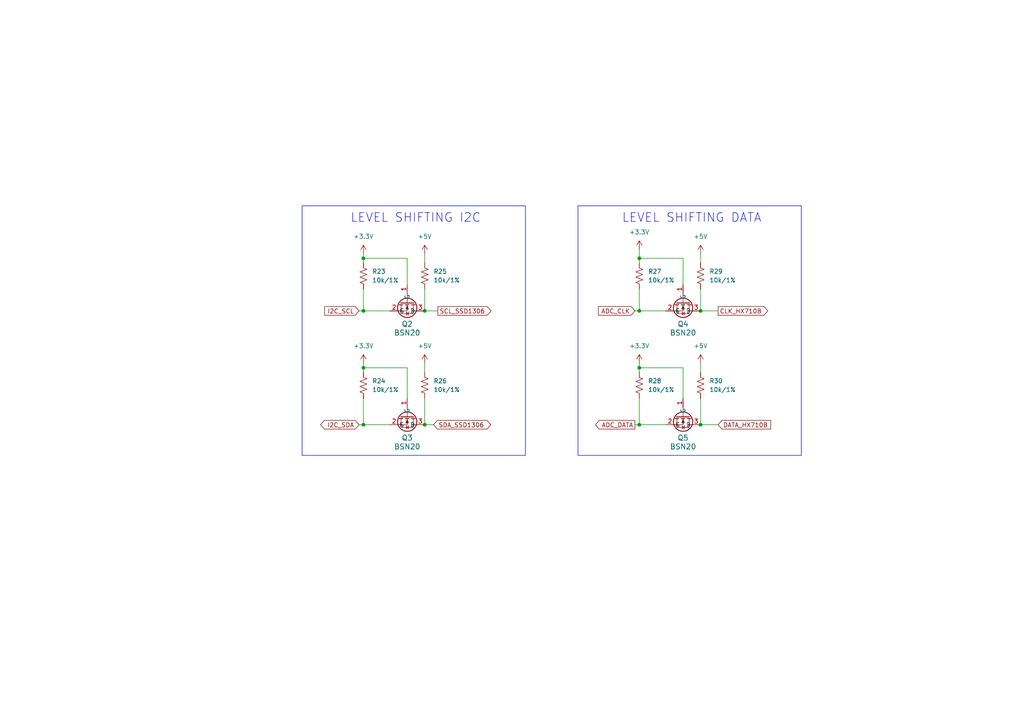
<source format=kicad_sch>
(kicad_sch (version 20230121) (generator eeschema)

  (uuid 2acecf83-6028-4914-89f2-dee04ad45189)

  (paper "A4")

  (title_block
    (title "LEVEL SHIFTING")
    (date "2023-12-12")
  )

  (lib_symbols
    (symbol "BSN20BKR:BSN20" (pin_names (offset 0.254)) (in_bom yes) (on_board yes)
      (property "Reference" "Q" (at 10.16 1.27 0)
        (effects (font (size 1.524 1.524)))
      )
      (property "Value" "BSN20" (at 10.16 -1.27 0)
        (effects (font (size 1.524 1.524)))
      )
      (property "Footprint" "BSN20BKR:SOT23_NEX" (at 5.08 -21.59 0)
        (effects (font (size 1.27 1.27) italic) hide)
      )
      (property "Datasheet" "BSN20" (at 3.81 -21.59 0)
        (effects (font (size 1.27 1.27) italic) hide)
      )
      (property "URL" "https://www.thegioiic.com/bsn20bkr-mosfet-kenh-n-50v-173ma-sot-23" (at 1.27 -21.59 0)
        (effects (font (size 1.27 1.27)) hide)
      )
      (property "ki_keywords" "BSN20" (at 0 0 0)
        (effects (font (size 1.27 1.27)) hide)
      )
      (property "ki_fp_filters" "SOT23_NEX SOT23_NEX-M SOT23_NEX-L" (at 0 0 0)
        (effects (font (size 1.27 1.27)) hide)
      )
      (symbol "BSN20_0_1"
        (polyline
          (pts
            (xy 1.524 0)
            (xy -1.27 0)
          )
          (stroke (width 0) (type default))
          (fill (type none))
        )
        (polyline
          (pts
            (xy 1.524 1.905)
            (xy 1.524 -1.905)
          )
          (stroke (width 0.254) (type default))
          (fill (type none))
        )
        (polyline
          (pts
            (xy 2.032 -1.27)
            (xy 2.032 -2.286)
          )
          (stroke (width 0.254) (type default))
          (fill (type none))
        )
        (polyline
          (pts
            (xy 2.032 0.508)
            (xy 2.032 -0.508)
          )
          (stroke (width 0.254) (type default))
          (fill (type none))
        )
        (polyline
          (pts
            (xy 2.032 2.286)
            (xy 2.032 1.27)
          )
          (stroke (width 0.254) (type default))
          (fill (type none))
        )
        (polyline
          (pts
            (xy 3.81 2.54)
            (xy 3.81 1.778)
          )
          (stroke (width 0) (type default))
          (fill (type none))
        )
        (polyline
          (pts
            (xy 3.81 -2.54)
            (xy 3.81 0)
            (xy 2.032 0)
          )
          (stroke (width 0) (type default))
          (fill (type none))
        )
        (polyline
          (pts
            (xy 2.032 -1.778)
            (xy 4.572 -1.778)
            (xy 4.572 1.778)
            (xy 2.032 1.778)
          )
          (stroke (width 0) (type default))
          (fill (type none))
        )
        (polyline
          (pts
            (xy 2.286 0)
            (xy 3.302 0.381)
            (xy 3.302 -0.381)
            (xy 2.286 0)
          )
          (stroke (width 0) (type default))
          (fill (type outline))
        )
        (polyline
          (pts
            (xy 4.064 0.508)
            (xy 4.191 0.381)
            (xy 4.953 0.381)
            (xy 5.08 0.254)
          )
          (stroke (width 0) (type default))
          (fill (type none))
        )
        (polyline
          (pts
            (xy 4.572 0.381)
            (xy 4.191 -0.254)
            (xy 4.953 -0.254)
            (xy 4.572 0.381)
          )
          (stroke (width 0) (type default))
          (fill (type none))
        )
        (circle (center 2.921 0) (radius 2.794)
          (stroke (width 0.254) (type default))
          (fill (type none))
        )
        (circle (center 3.81 -1.778) (radius 0.254)
          (stroke (width 0) (type default))
          (fill (type outline))
        )
        (circle (center 3.81 1.778) (radius 0.254)
          (stroke (width 0) (type default))
          (fill (type outline))
        )
      )
      (symbol "BSN20_1_1"
        (pin input line (at -3.81 0 0) (length 2.54)
          (name "G" (effects (font (size 1.27 1.27))))
          (number "1" (effects (font (size 1.27 1.27))))
        )
        (pin passive line (at 3.81 -5.08 90) (length 2.54)
          (name "S" (effects (font (size 1.27 1.27))))
          (number "2" (effects (font (size 1.27 1.27))))
        )
        (pin passive line (at 3.81 5.08 270) (length 2.54)
          (name "D" (effects (font (size 1.27 1.27))))
          (number "3" (effects (font (size 1.27 1.27))))
        )
      )
    )
    (symbol "Device:R_US" (pin_numbers hide) (pin_names (offset 0)) (in_bom yes) (on_board yes)
      (property "Reference" "R" (at 2.54 0 90)
        (effects (font (size 1.27 1.27)))
      )
      (property "Value" "R_US" (at -2.54 0 90)
        (effects (font (size 1.27 1.27)))
      )
      (property "Footprint" "" (at 1.016 -0.254 90)
        (effects (font (size 1.27 1.27)) hide)
      )
      (property "Datasheet" "~" (at 0 0 0)
        (effects (font (size 1.27 1.27)) hide)
      )
      (property "ki_keywords" "R res resistor" (at 0 0 0)
        (effects (font (size 1.27 1.27)) hide)
      )
      (property "ki_description" "Resistor, US symbol" (at 0 0 0)
        (effects (font (size 1.27 1.27)) hide)
      )
      (property "ki_fp_filters" "R_*" (at 0 0 0)
        (effects (font (size 1.27 1.27)) hide)
      )
      (symbol "R_US_0_1"
        (polyline
          (pts
            (xy 0 -2.286)
            (xy 0 -2.54)
          )
          (stroke (width 0) (type default))
          (fill (type none))
        )
        (polyline
          (pts
            (xy 0 2.286)
            (xy 0 2.54)
          )
          (stroke (width 0) (type default))
          (fill (type none))
        )
        (polyline
          (pts
            (xy 0 -0.762)
            (xy 1.016 -1.143)
            (xy 0 -1.524)
            (xy -1.016 -1.905)
            (xy 0 -2.286)
          )
          (stroke (width 0) (type default))
          (fill (type none))
        )
        (polyline
          (pts
            (xy 0 0.762)
            (xy 1.016 0.381)
            (xy 0 0)
            (xy -1.016 -0.381)
            (xy 0 -0.762)
          )
          (stroke (width 0) (type default))
          (fill (type none))
        )
        (polyline
          (pts
            (xy 0 2.286)
            (xy 1.016 1.905)
            (xy 0 1.524)
            (xy -1.016 1.143)
            (xy 0 0.762)
          )
          (stroke (width 0) (type default))
          (fill (type none))
        )
      )
      (symbol "R_US_1_1"
        (pin passive line (at 0 3.81 270) (length 1.27)
          (name "~" (effects (font (size 1.27 1.27))))
          (number "1" (effects (font (size 1.27 1.27))))
        )
        (pin passive line (at 0 -3.81 90) (length 1.27)
          (name "~" (effects (font (size 1.27 1.27))))
          (number "2" (effects (font (size 1.27 1.27))))
        )
      )
    )
    (symbol "power:+3.3V" (power) (pin_names (offset 0)) (in_bom yes) (on_board yes)
      (property "Reference" "#PWR" (at 0 -3.81 0)
        (effects (font (size 1.27 1.27)) hide)
      )
      (property "Value" "+3.3V" (at 0 3.556 0)
        (effects (font (size 1.27 1.27)))
      )
      (property "Footprint" "" (at 0 0 0)
        (effects (font (size 1.27 1.27)) hide)
      )
      (property "Datasheet" "" (at 0 0 0)
        (effects (font (size 1.27 1.27)) hide)
      )
      (property "ki_keywords" "global power" (at 0 0 0)
        (effects (font (size 1.27 1.27)) hide)
      )
      (property "ki_description" "Power symbol creates a global label with name \"+3.3V\"" (at 0 0 0)
        (effects (font (size 1.27 1.27)) hide)
      )
      (symbol "+3.3V_0_1"
        (polyline
          (pts
            (xy -0.762 1.27)
            (xy 0 2.54)
          )
          (stroke (width 0) (type default))
          (fill (type none))
        )
        (polyline
          (pts
            (xy 0 0)
            (xy 0 2.54)
          )
          (stroke (width 0) (type default))
          (fill (type none))
        )
        (polyline
          (pts
            (xy 0 2.54)
            (xy 0.762 1.27)
          )
          (stroke (width 0) (type default))
          (fill (type none))
        )
      )
      (symbol "+3.3V_1_1"
        (pin power_in line (at 0 0 90) (length 0) hide
          (name "+3.3V" (effects (font (size 1.27 1.27))))
          (number "1" (effects (font (size 1.27 1.27))))
        )
      )
    )
    (symbol "power:+5V" (power) (pin_names (offset 0)) (in_bom yes) (on_board yes)
      (property "Reference" "#PWR" (at 0 -3.81 0)
        (effects (font (size 1.27 1.27)) hide)
      )
      (property "Value" "+5V" (at 0 3.556 0)
        (effects (font (size 1.27 1.27)))
      )
      (property "Footprint" "" (at 0 0 0)
        (effects (font (size 1.27 1.27)) hide)
      )
      (property "Datasheet" "" (at 0 0 0)
        (effects (font (size 1.27 1.27)) hide)
      )
      (property "ki_keywords" "global power" (at 0 0 0)
        (effects (font (size 1.27 1.27)) hide)
      )
      (property "ki_description" "Power symbol creates a global label with name \"+5V\"" (at 0 0 0)
        (effects (font (size 1.27 1.27)) hide)
      )
      (symbol "+5V_0_1"
        (polyline
          (pts
            (xy -0.762 1.27)
            (xy 0 2.54)
          )
          (stroke (width 0) (type default))
          (fill (type none))
        )
        (polyline
          (pts
            (xy 0 0)
            (xy 0 2.54)
          )
          (stroke (width 0) (type default))
          (fill (type none))
        )
        (polyline
          (pts
            (xy 0 2.54)
            (xy 0.762 1.27)
          )
          (stroke (width 0) (type default))
          (fill (type none))
        )
      )
      (symbol "+5V_1_1"
        (pin power_in line (at 0 0 90) (length 0) hide
          (name "+5V" (effects (font (size 1.27 1.27))))
          (number "1" (effects (font (size 1.27 1.27))))
        )
      )
    )
  )

  (junction (at 185.42 123.19) (diameter 0) (color 0 0 0 0)
    (uuid 09fe1075-3cbf-4a6c-859e-93516b0073d8)
  )
  (junction (at 203.2 90.17) (diameter 0) (color 0 0 0 0)
    (uuid 0bf3552d-881c-472f-849f-542d2e1d9d1c)
  )
  (junction (at 105.41 106.68) (diameter 0) (color 0 0 0 0)
    (uuid 109e5762-ab25-429b-9f15-4195789022d9)
  )
  (junction (at 123.19 123.19) (diameter 0) (color 0 0 0 0)
    (uuid 35bcc8c1-9c80-4b69-b2e9-80b19bb82b03)
  )
  (junction (at 105.41 90.17) (diameter 0) (color 0 0 0 0)
    (uuid 5a3e849c-3199-4982-917d-accff31dabe2)
  )
  (junction (at 185.42 74.93) (diameter 0) (color 0 0 0 0)
    (uuid 5ede1de1-c708-496a-9077-166b44bbba41)
  )
  (junction (at 105.41 123.19) (diameter 0) (color 0 0 0 0)
    (uuid 67897881-a9ef-4ee1-8007-f978d2e52cbc)
  )
  (junction (at 185.42 106.68) (diameter 0) (color 0 0 0 0)
    (uuid 9839d02f-1b4a-4cb8-9861-8898791cd615)
  )
  (junction (at 185.42 90.17) (diameter 0) (color 0 0 0 0)
    (uuid 9d1cc18d-7667-479b-a76f-1ff2ca5d3425)
  )
  (junction (at 105.41 74.93) (diameter 0) (color 0 0 0 0)
    (uuid c6cbf139-86e8-4391-b8cf-071c69bc82fd)
  )
  (junction (at 203.2 123.19) (diameter 0) (color 0 0 0 0)
    (uuid c9fc14ec-7477-4318-b02a-1643c39902c7)
  )
  (junction (at 123.19 90.17) (diameter 0) (color 0 0 0 0)
    (uuid f32c2f9e-9880-4b07-b8e4-0febc44b1b8a)
  )

  (wire (pts (xy 185.42 83.82) (xy 185.42 90.17))
    (stroke (width 0) (type default))
    (uuid 0362bf4d-8565-4b78-abe3-01c34732c1d2)
  )
  (wire (pts (xy 184.15 123.19) (xy 185.42 123.19))
    (stroke (width 0) (type default))
    (uuid 122e1a08-3dcd-44a6-ada0-8b8be8f4317d)
  )
  (wire (pts (xy 113.03 123.19) (xy 105.41 123.19))
    (stroke (width 0) (type default))
    (uuid 12bef24b-da2e-4d43-bc35-764b42b58cfe)
  )
  (wire (pts (xy 185.42 90.17) (xy 193.04 90.17))
    (stroke (width 0) (type default))
    (uuid 14fbe349-6704-4396-bc00-b09607167554)
  )
  (wire (pts (xy 203.2 105.41) (xy 203.2 107.95))
    (stroke (width 0) (type default))
    (uuid 151c0978-2f23-43f8-9831-4b42f2320879)
  )
  (wire (pts (xy 105.41 106.68) (xy 105.41 107.95))
    (stroke (width 0) (type default))
    (uuid 199aecd5-3cf3-4995-a05b-ec800ba83139)
  )
  (wire (pts (xy 127 90.17) (xy 123.19 90.17))
    (stroke (width 0) (type default))
    (uuid 1f15692d-f62d-4669-aa55-32483ee094cb)
  )
  (wire (pts (xy 203.2 73.66) (xy 203.2 76.2))
    (stroke (width 0) (type default))
    (uuid 23833362-bc9e-4ebb-9d78-90c2bedcaca1)
  )
  (wire (pts (xy 105.41 73.66) (xy 105.41 74.93))
    (stroke (width 0) (type default))
    (uuid 31fc3459-77e4-4a48-847f-f358c6c66d9b)
  )
  (wire (pts (xy 105.41 105.41) (xy 105.41 106.68))
    (stroke (width 0) (type default))
    (uuid 37d15fc5-12c2-464b-b315-8fc572f620cd)
  )
  (wire (pts (xy 198.12 106.68) (xy 198.12 115.57))
    (stroke (width 0) (type default))
    (uuid 3b4d4fd2-6ee0-4ab2-a9ca-0f58afe2fd0a)
  )
  (wire (pts (xy 198.12 106.68) (xy 185.42 106.68))
    (stroke (width 0) (type default))
    (uuid 45fbd1a2-e34d-4ddd-bce8-95cbf862d276)
  )
  (wire (pts (xy 203.2 83.82) (xy 203.2 90.17))
    (stroke (width 0) (type default))
    (uuid 4894ebbf-ae3d-4f13-be10-f3f0543693b3)
  )
  (wire (pts (xy 118.11 74.93) (xy 105.41 74.93))
    (stroke (width 0) (type default))
    (uuid 4bdfd1df-5274-4690-bb8a-7e4b796136a8)
  )
  (wire (pts (xy 203.2 115.57) (xy 203.2 123.19))
    (stroke (width 0) (type default))
    (uuid 5286201c-178e-434d-8e47-64a6ab573ab4)
  )
  (wire (pts (xy 185.42 115.57) (xy 185.42 123.19))
    (stroke (width 0) (type default))
    (uuid 590b1b05-e0ba-4309-91cd-d5277e31bed9)
  )
  (wire (pts (xy 123.19 105.41) (xy 123.19 107.95))
    (stroke (width 0) (type default))
    (uuid 6058aa08-5675-48ed-93c3-727440c040a9)
  )
  (wire (pts (xy 185.42 106.68) (xy 185.42 107.95))
    (stroke (width 0) (type default))
    (uuid 6c5bf300-c53e-4e0a-b907-f5a321c3bad2)
  )
  (wire (pts (xy 193.04 123.19) (xy 185.42 123.19))
    (stroke (width 0) (type default))
    (uuid 87ecb0c5-00d1-44e8-a70f-e3bf983d0cc0)
  )
  (wire (pts (xy 105.41 83.82) (xy 105.41 90.17))
    (stroke (width 0) (type default))
    (uuid 88ff65c8-957b-40c4-ac0f-a2dc23b75b36)
  )
  (wire (pts (xy 208.28 123.19) (xy 203.2 123.19))
    (stroke (width 0) (type default))
    (uuid 8c420cf4-47f6-4a53-85f8-ccad5084c652)
  )
  (wire (pts (xy 104.14 123.19) (xy 105.41 123.19))
    (stroke (width 0) (type default))
    (uuid 940caaf9-a8dc-46ed-bada-648e27ae156f)
  )
  (wire (pts (xy 105.41 74.93) (xy 105.41 76.2))
    (stroke (width 0) (type default))
    (uuid 94661ae8-e74e-4a33-aef8-1936a16c3f09)
  )
  (wire (pts (xy 123.19 83.82) (xy 123.19 90.17))
    (stroke (width 0) (type default))
    (uuid a2353974-f8dd-4b1f-9eff-7b378180c36f)
  )
  (wire (pts (xy 104.14 90.17) (xy 105.41 90.17))
    (stroke (width 0) (type default))
    (uuid a9b20662-3f12-4330-b419-97fd239406ff)
  )
  (wire (pts (xy 123.19 73.66) (xy 123.19 76.2))
    (stroke (width 0) (type default))
    (uuid b972af26-c773-4667-ad86-1cdb428cd632)
  )
  (wire (pts (xy 105.41 90.17) (xy 113.03 90.17))
    (stroke (width 0) (type default))
    (uuid bad7ab02-8f4f-48d1-9c66-9ac0bf1164e6)
  )
  (wire (pts (xy 105.41 115.57) (xy 105.41 123.19))
    (stroke (width 0) (type default))
    (uuid c19877dc-8bc0-4624-9c19-d51b11c40e30)
  )
  (wire (pts (xy 185.42 74.93) (xy 185.42 76.2))
    (stroke (width 0) (type default))
    (uuid c59078c9-b908-4f74-a0e9-7ed57bcfa571)
  )
  (wire (pts (xy 123.19 123.19) (xy 125.73 123.19))
    (stroke (width 0) (type default))
    (uuid c599d280-bbc6-4552-b70d-60c294f3aeff)
  )
  (wire (pts (xy 118.11 106.68) (xy 118.11 115.57))
    (stroke (width 0) (type default))
    (uuid c7277e5f-f8fb-437f-9d0e-450745cabba9)
  )
  (wire (pts (xy 185.42 74.93) (xy 198.12 74.93))
    (stroke (width 0) (type default))
    (uuid c738d78f-5665-47e5-9305-5b8151040868)
  )
  (wire (pts (xy 208.28 90.17) (xy 203.2 90.17))
    (stroke (width 0) (type default))
    (uuid c8dec733-9c46-4e59-b672-889ec10a0732)
  )
  (wire (pts (xy 185.42 72.39) (xy 185.42 74.93))
    (stroke (width 0) (type default))
    (uuid cebb1a48-7176-43d2-ada4-1d7c4aa01d5b)
  )
  (wire (pts (xy 184.15 90.17) (xy 185.42 90.17))
    (stroke (width 0) (type default))
    (uuid d4eb1b1d-22d0-47b2-9406-3240b611d131)
  )
  (wire (pts (xy 198.12 74.93) (xy 198.12 82.55))
    (stroke (width 0) (type default))
    (uuid d7d75539-9856-458f-9d46-e1a233c3c7a8)
  )
  (wire (pts (xy 118.11 106.68) (xy 105.41 106.68))
    (stroke (width 0) (type default))
    (uuid db0e20a9-059d-43dc-953a-ba18a20c14a5)
  )
  (wire (pts (xy 118.11 74.93) (xy 118.11 82.55))
    (stroke (width 0) (type default))
    (uuid e1bdbdcd-2b92-42e2-bdf9-a42972881f2b)
  )
  (wire (pts (xy 185.42 105.41) (xy 185.42 106.68))
    (stroke (width 0) (type default))
    (uuid f6ee8989-b577-43b3-9443-1a9efb454ca3)
  )
  (wire (pts (xy 123.19 115.57) (xy 123.19 123.19))
    (stroke (width 0) (type default))
    (uuid f7c5fe62-1149-4eed-a6cc-076c5b9f80f0)
  )

  (rectangle (start 167.64 59.69) (end 232.41 132.08)
    (stroke (width 0) (type default))
    (fill (type none))
    (uuid 20f484f4-15cb-46a0-b22d-1dfa847745b2)
  )
  (rectangle (start 87.63 59.69) (end 152.4 132.08)
    (stroke (width 0) (type default))
    (fill (type none))
    (uuid d75516bc-b070-417a-9040-a2856556b6f3)
  )

  (text "LEVEL SHIFTING DATA\n" (at 180.34 64.77 0)
    (effects (font (size 2.54 2.54)) (justify left bottom))
    (uuid 98084e2a-87bf-47b1-b8f2-6365b85f6e42)
  )
  (text "LEVEL SHIFTING I2C\n" (at 101.6 64.77 0)
    (effects (font (size 2.54 2.54)) (justify left bottom))
    (uuid aa21089b-f2bf-491b-831a-0315e2482837)
  )

  (global_label "I2C_SDA" (shape bidirectional) (at 104.14 123.19 180) (fields_autoplaced)
    (effects (font (size 1.27 1.27)) (justify right))
    (uuid 11f25038-98b8-4981-a2fe-ef3c16b7596b)
    (property "Intersheetrefs" "${INTERSHEET_REFS}" (at 92.4235 123.19 0)
      (effects (font (size 1.27 1.27)) (justify right) hide)
    )
  )
  (global_label "ADC_CLK" (shape input) (at 184.15 90.17 180) (fields_autoplaced)
    (effects (font (size 1.27 1.27)) (justify right))
    (uuid 204b8a4f-91dd-4a90-8d3f-9992e62477c4)
    (property "Intersheetrefs" "${INTERSHEET_REFS}" (at 173.0005 90.17 0)
      (effects (font (size 1.27 1.27)) (justify right) hide)
    )
  )
  (global_label "ADC_DATA" (shape output) (at 184.15 123.19 180) (fields_autoplaced)
    (effects (font (size 1.27 1.27)) (justify right))
    (uuid 2d17d7ea-c8e5-4d99-ab40-de712ff7aadb)
    (property "Intersheetrefs" "${INTERSHEET_REFS}" (at 172.1538 123.19 0)
      (effects (font (size 1.27 1.27)) (justify right) hide)
    )
  )
  (global_label "DATA_HX710B" (shape input) (at 208.28 123.19 0) (fields_autoplaced)
    (effects (font (size 1.27 1.27)) (justify left))
    (uuid 89b8e7c8-fecc-4c7a-8b83-93dd55d9d50c)
    (property "Intersheetrefs" "${INTERSHEET_REFS}" (at 224.0861 123.19 0)
      (effects (font (size 1.27 1.27)) (justify left) hide)
    )
  )
  (global_label "SCL_SSD1306" (shape output) (at 127 90.17 0) (fields_autoplaced)
    (effects (font (size 1.27 1.27)) (justify left))
    (uuid 949d0f1c-a79a-493b-b96c-789340a4a56b)
    (property "Intersheetrefs" "${INTERSHEET_REFS}" (at 142.9874 90.17 0)
      (effects (font (size 1.27 1.27)) (justify left) hide)
    )
  )
  (global_label "I2C_SCL" (shape input) (at 104.14 90.17 180) (fields_autoplaced)
    (effects (font (size 1.27 1.27)) (justify right))
    (uuid d4441974-aa7f-42d3-a7de-88901e9541e6)
    (property "Intersheetrefs" "${INTERSHEET_REFS}" (at 93.5953 90.17 0)
      (effects (font (size 1.27 1.27)) (justify right) hide)
    )
  )
  (global_label "SDA_SSD1306" (shape bidirectional) (at 125.73 123.19 0) (fields_autoplaced)
    (effects (font (size 1.27 1.27)) (justify left))
    (uuid d71f7a2a-76a8-4876-9e70-c89e98449de9)
    (property "Intersheetrefs" "${INTERSHEET_REFS}" (at 142.8892 123.19 0)
      (effects (font (size 1.27 1.27)) (justify left) hide)
    )
  )
  (global_label "CLK_HX710B" (shape output) (at 208.28 90.17 0) (fields_autoplaced)
    (effects (font (size 1.27 1.27)) (justify left))
    (uuid f1a9005d-8f86-433d-a496-177e85483763)
    (property "Intersheetrefs" "${INTERSHEET_REFS}" (at 223.2394 90.17 0)
      (effects (font (size 1.27 1.27)) (justify left) hide)
    )
  )

  (symbol (lib_id "power:+3.3V") (at 105.41 105.41 0) (unit 1)
    (in_bom yes) (on_board yes) (dnp no) (fields_autoplaced)
    (uuid 0e183da4-8340-4d9e-83be-18af74c11fee)
    (property "Reference" "#PWR034" (at 105.41 109.22 0)
      (effects (font (size 1.27 1.27)) hide)
    )
    (property "Value" "+3.3V" (at 105.41 100.33 0)
      (effects (font (size 1.27 1.27)))
    )
    (property "Footprint" "" (at 105.41 105.41 0)
      (effects (font (size 1.27 1.27)) hide)
    )
    (property "Datasheet" "" (at 105.41 105.41 0)
      (effects (font (size 1.27 1.27)) hide)
    )
    (pin "1" (uuid 20e43a02-3d6c-4826-9bbf-d067f2b382a4))
    (instances
      (project "Brightness_Meter_TB"
        (path "/e486bb10-2d63-468d-9bd4-f5a3f160d98c/22cf384a-ed77-4e69-b307-c5e8be40d89a"
          (reference "#PWR034") (unit 1)
        )
      )
      (project "Brightness_Meter"
        (path "/f7cc1c24-a210-4fa3-a52b-f1d84e501e31/ab0de2ed-6637-4354-a1fc-796bfac97bc8"
          (reference "#PWR070") (unit 1)
        )
        (path "/f7cc1c24-a210-4fa3-a52b-f1d84e501e31/deff02a5-9749-4336-8250-65170600f763"
          (reference "#PWR072") (unit 1)
        )
        (path "/f7cc1c24-a210-4fa3-a52b-f1d84e501e31/6f8def10-c68a-4898-8083-f8c3c1f180a9"
          (reference "#PWR058") (unit 1)
        )
      )
      (project "level_shifting"
        (path "/fc5678c4-0dc9-4e56-bc8a-147bc3e9e989"
          (reference "#PWR034") (unit 1)
        )
      )
    )
  )

  (symbol (lib_id "power:+5V") (at 203.2 73.66 0) (unit 1)
    (in_bom yes) (on_board yes) (dnp no) (fields_autoplaced)
    (uuid 2047c130-7a4f-41be-8212-dea267171268)
    (property "Reference" "#PWR040" (at 203.2 77.47 0)
      (effects (font (size 1.27 1.27)) hide)
    )
    (property "Value" "+5V" (at 203.2 68.58 0)
      (effects (font (size 1.27 1.27)))
    )
    (property "Footprint" "" (at 203.2 73.66 0)
      (effects (font (size 1.27 1.27)) hide)
    )
    (property "Datasheet" "" (at 203.2 73.66 0)
      (effects (font (size 1.27 1.27)) hide)
    )
    (pin "1" (uuid 7596a476-3e4b-48d7-8645-222d80ccf323))
    (instances
      (project "Brightness_Meter_TB"
        (path "/e486bb10-2d63-468d-9bd4-f5a3f160d98c/22cf384a-ed77-4e69-b307-c5e8be40d89a"
          (reference "#PWR040") (unit 1)
        )
      )
      (project "Brightness_Meter"
        (path "/f7cc1c24-a210-4fa3-a52b-f1d84e501e31/ab0de2ed-6637-4354-a1fc-796bfac97bc8"
          (reference "#PWR019") (unit 1)
        )
        (path "/f7cc1c24-a210-4fa3-a52b-f1d84e501e31/6f8def10-c68a-4898-8083-f8c3c1f180a9"
          (reference "#PWR072") (unit 1)
        )
      )
      (project "level_shifting"
        (path "/fc5678c4-0dc9-4e56-bc8a-147bc3e9e989"
          (reference "#PWR040") (unit 1)
        )
      )
    )
  )

  (symbol (lib_id "power:+5V") (at 123.19 73.66 0) (unit 1)
    (in_bom yes) (on_board yes) (dnp no) (fields_autoplaced)
    (uuid 2c8002e2-4bb0-4564-a746-2fb6a9322490)
    (property "Reference" "#PWR036" (at 123.19 77.47 0)
      (effects (font (size 1.27 1.27)) hide)
    )
    (property "Value" "+5V" (at 123.19 68.58 0)
      (effects (font (size 1.27 1.27)))
    )
    (property "Footprint" "" (at 123.19 73.66 0)
      (effects (font (size 1.27 1.27)) hide)
    )
    (property "Datasheet" "" (at 123.19 73.66 0)
      (effects (font (size 1.27 1.27)) hide)
    )
    (pin "1" (uuid ea0b6ed8-7965-4c0b-855d-2d121b2af805))
    (instances
      (project "Brightness_Meter_TB"
        (path "/e486bb10-2d63-468d-9bd4-f5a3f160d98c/22cf384a-ed77-4e69-b307-c5e8be40d89a"
          (reference "#PWR036") (unit 1)
        )
      )
      (project "Brightness_Meter"
        (path "/f7cc1c24-a210-4fa3-a52b-f1d84e501e31/ab0de2ed-6637-4354-a1fc-796bfac97bc8"
          (reference "#PWR019") (unit 1)
        )
        (path "/f7cc1c24-a210-4fa3-a52b-f1d84e501e31/6f8def10-c68a-4898-8083-f8c3c1f180a9"
          (reference "#PWR068") (unit 1)
        )
      )
      (project "level_shifting"
        (path "/fc5678c4-0dc9-4e56-bc8a-147bc3e9e989"
          (reference "#PWR036") (unit 1)
        )
      )
    )
  )

  (symbol (lib_id "BSN20BKR:BSN20") (at 198.12 86.36 270) (unit 1)
    (in_bom yes) (on_board yes) (dnp no) (fields_autoplaced)
    (uuid 456b5134-99aa-4975-8b82-b55cd74c1237)
    (property "Reference" "Q4" (at 198.12 93.98 90)
      (effects (font (size 1.524 1.524)))
    )
    (property "Value" "BSN20" (at 198.12 96.52 90)
      (effects (font (size 1.524 1.524)))
    )
    (property "Footprint" "BSN20BKR:SOT23_NEX" (at 176.53 91.44 0)
      (effects (font (size 1.27 1.27) italic) hide)
    )
    (property "Datasheet" "BSN20" (at 176.53 90.17 0)
      (effects (font (size 1.27 1.27) italic) hide)
    )
    (property "URL" "https://www.thegioiic.com/bsn20bkr-mosfet-kenh-n-50v-173ma-sot-23" (at 176.53 87.63 0)
      (effects (font (size 1.27 1.27)) hide)
    )
    (pin "1" (uuid fd63b2f9-f1c4-4509-ab62-21608e522ba5))
    (pin "2" (uuid 19ff635a-626a-4878-b2da-28862b536b7b))
    (pin "3" (uuid 086f3104-1580-45eb-8e7d-661531651ea6))
    (instances
      (project "Brightness_Meter_TB"
        (path "/e486bb10-2d63-468d-9bd4-f5a3f160d98c/22cf384a-ed77-4e69-b307-c5e8be40d89a"
          (reference "Q4") (unit 1)
        )
      )
      (project "Brightness_Meter"
        (path "/f7cc1c24-a210-4fa3-a52b-f1d84e501e31/ab0de2ed-6637-4354-a1fc-796bfac97bc8"
          (reference "Q2") (unit 1)
        )
        (path "/f7cc1c24-a210-4fa3-a52b-f1d84e501e31/deff02a5-9749-4336-8250-65170600f763"
          (reference "Q4") (unit 1)
        )
        (path "/f7cc1c24-a210-4fa3-a52b-f1d84e501e31/6f8def10-c68a-4898-8083-f8c3c1f180a9"
          (reference "Q4") (unit 1)
        )
      )
      (project "level_shifting"
        (path "/fc5678c4-0dc9-4e56-bc8a-147bc3e9e989"
          (reference "Q4") (unit 1)
        )
      )
    )
  )

  (symbol (lib_id "Device:R_US") (at 203.2 111.76 0) (unit 1)
    (in_bom yes) (on_board yes) (dnp no) (fields_autoplaced)
    (uuid 4ca90469-e9e3-45b5-8bf2-176dbe14dbb1)
    (property "Reference" "R30" (at 205.74 110.49 0)
      (effects (font (size 1.27 1.27)) (justify left))
    )
    (property "Value" "10k/1%" (at 205.74 113.03 0)
      (effects (font (size 1.27 1.27)) (justify left))
    )
    (property "Footprint" "Resistor_SMD:R_0603_1608Metric_Pad0.98x0.95mm_HandSolder" (at 204.216 112.014 90)
      (effects (font (size 1.27 1.27)) hide)
    )
    (property "Datasheet" "~" (at 203.2 111.76 0)
      (effects (font (size 1.27 1.27)) hide)
    )
    (property "URL" "https://www.thegioiic.com/dien-tro-10-kohm-0805-1-" (at 203.2 111.76 0)
      (effects (font (size 1.27 1.27)) hide)
    )
    (pin "1" (uuid 613e22e4-b406-4f4e-a376-abe530c63f19))
    (pin "2" (uuid 35630daf-d887-4766-80d4-7ad0b7958cde))
    (instances
      (project "Brightness_Meter_TB"
        (path "/e486bb10-2d63-468d-9bd4-f5a3f160d98c/22cf384a-ed77-4e69-b307-c5e8be40d89a"
          (reference "R30") (unit 1)
        )
      )
      (project "Brightness_Meter"
        (path "/f7cc1c24-a210-4fa3-a52b-f1d84e501e31/290a832f-b788-4d59-9a7b-fef286f8a5e3"
          (reference "R3") (unit 1)
        )
        (path "/f7cc1c24-a210-4fa3-a52b-f1d84e501e31/ab0de2ed-6637-4354-a1fc-796bfac97bc8"
          (reference "R9") (unit 1)
        )
        (path "/f7cc1c24-a210-4fa3-a52b-f1d84e501e31/6f8def10-c68a-4898-8083-f8c3c1f180a9"
          (reference "R44") (unit 1)
        )
      )
      (project "level_shifting"
        (path "/fc5678c4-0dc9-4e56-bc8a-147bc3e9e989"
          (reference "R30") (unit 1)
        )
      )
    )
  )

  (symbol (lib_id "Device:R_US") (at 203.2 80.01 0) (unit 1)
    (in_bom yes) (on_board yes) (dnp no) (fields_autoplaced)
    (uuid 5714d4d5-744d-4471-998b-64ede40482f8)
    (property "Reference" "R29" (at 205.74 78.74 0)
      (effects (font (size 1.27 1.27)) (justify left))
    )
    (property "Value" "10k/1%" (at 205.74 81.28 0)
      (effects (font (size 1.27 1.27)) (justify left))
    )
    (property "Footprint" "Resistor_SMD:R_0603_1608Metric_Pad0.98x0.95mm_HandSolder" (at 204.216 80.264 90)
      (effects (font (size 1.27 1.27)) hide)
    )
    (property "Datasheet" "~" (at 203.2 80.01 0)
      (effects (font (size 1.27 1.27)) hide)
    )
    (property "URL" "https://www.thegioiic.com/dien-tro-10-kohm-0805-1-" (at 203.2 80.01 0)
      (effects (font (size 1.27 1.27)) hide)
    )
    (pin "1" (uuid d43065ed-374a-4228-9a54-e23bfe695b76))
    (pin "2" (uuid 6d315d1d-8e1f-463c-843c-f480a01c0b4d))
    (instances
      (project "Brightness_Meter_TB"
        (path "/e486bb10-2d63-468d-9bd4-f5a3f160d98c/22cf384a-ed77-4e69-b307-c5e8be40d89a"
          (reference "R29") (unit 1)
        )
      )
      (project "Brightness_Meter"
        (path "/f7cc1c24-a210-4fa3-a52b-f1d84e501e31/290a832f-b788-4d59-9a7b-fef286f8a5e3"
          (reference "R3") (unit 1)
        )
        (path "/f7cc1c24-a210-4fa3-a52b-f1d84e501e31/ab0de2ed-6637-4354-a1fc-796bfac97bc8"
          (reference "R10") (unit 1)
        )
        (path "/f7cc1c24-a210-4fa3-a52b-f1d84e501e31/6f8def10-c68a-4898-8083-f8c3c1f180a9"
          (reference "R43") (unit 1)
        )
      )
      (project "level_shifting"
        (path "/fc5678c4-0dc9-4e56-bc8a-147bc3e9e989"
          (reference "R29") (unit 1)
        )
      )
    )
  )

  (symbol (lib_id "power:+3.3V") (at 185.42 72.39 0) (mirror y) (unit 1)
    (in_bom yes) (on_board yes) (dnp no)
    (uuid 6b050623-3be9-4831-8b9f-2845a6709e3d)
    (property "Reference" "#PWR037" (at 185.42 76.2 0)
      (effects (font (size 1.27 1.27)) hide)
    )
    (property "Value" "+3.3V" (at 185.42 67.31 0)
      (effects (font (size 1.27 1.27)))
    )
    (property "Footprint" "" (at 185.42 72.39 0)
      (effects (font (size 1.27 1.27)) hide)
    )
    (property "Datasheet" "" (at 185.42 72.39 0)
      (effects (font (size 1.27 1.27)) hide)
    )
    (pin "1" (uuid eaf09164-77c9-4430-98a2-8ba298300651))
    (instances
      (project "Brightness_Meter_TB"
        (path "/e486bb10-2d63-468d-9bd4-f5a3f160d98c/22cf384a-ed77-4e69-b307-c5e8be40d89a"
          (reference "#PWR037") (unit 1)
        )
      )
      (project "Brightness_Meter"
        (path "/f7cc1c24-a210-4fa3-a52b-f1d84e501e31/ab0de2ed-6637-4354-a1fc-796bfac97bc8"
          (reference "#PWR069") (unit 1)
        )
        (path "/f7cc1c24-a210-4fa3-a52b-f1d84e501e31/deff02a5-9749-4336-8250-65170600f763"
          (reference "#PWR071") (unit 1)
        )
        (path "/f7cc1c24-a210-4fa3-a52b-f1d84e501e31/6f8def10-c68a-4898-8083-f8c3c1f180a9"
          (reference "#PWR070") (unit 1)
        )
      )
      (project "level_shifting"
        (path "/fc5678c4-0dc9-4e56-bc8a-147bc3e9e989"
          (reference "#PWR037") (unit 1)
        )
      )
    )
  )

  (symbol (lib_id "BSN20BKR:BSN20") (at 198.12 119.38 270) (unit 1)
    (in_bom yes) (on_board yes) (dnp no) (fields_autoplaced)
    (uuid 706f3e50-5fb5-4e38-a62f-259f33db8c16)
    (property "Reference" "Q5" (at 198.12 127 90)
      (effects (font (size 1.524 1.524)))
    )
    (property "Value" "BSN20" (at 198.12 129.54 90)
      (effects (font (size 1.524 1.524)))
    )
    (property "Footprint" "BSN20BKR:SOT23_NEX" (at 176.53 124.46 0)
      (effects (font (size 1.27 1.27) italic) hide)
    )
    (property "Datasheet" "BSN20" (at 176.53 123.19 0)
      (effects (font (size 1.27 1.27) italic) hide)
    )
    (property "URL" "https://www.thegioiic.com/bsn20bkr-mosfet-kenh-n-50v-173ma-sot-23" (at 176.53 120.65 0)
      (effects (font (size 1.27 1.27)) hide)
    )
    (pin "1" (uuid fc1c7827-ca81-4811-beab-fe74c907b16e))
    (pin "2" (uuid 5a6baa96-e174-4772-b678-1dbbff7d9ffb))
    (pin "3" (uuid 3169d220-bdd2-4aa4-b01f-cb5678434637))
    (instances
      (project "Brightness_Meter_TB"
        (path "/e486bb10-2d63-468d-9bd4-f5a3f160d98c/22cf384a-ed77-4e69-b307-c5e8be40d89a"
          (reference "Q5") (unit 1)
        )
      )
      (project "Brightness_Meter"
        (path "/f7cc1c24-a210-4fa3-a52b-f1d84e501e31/ab0de2ed-6637-4354-a1fc-796bfac97bc8"
          (reference "Q3") (unit 1)
        )
        (path "/f7cc1c24-a210-4fa3-a52b-f1d84e501e31/deff02a5-9749-4336-8250-65170600f763"
          (reference "Q5") (unit 1)
        )
        (path "/f7cc1c24-a210-4fa3-a52b-f1d84e501e31/6f8def10-c68a-4898-8083-f8c3c1f180a9"
          (reference "Q5") (unit 1)
        )
      )
      (project "level_shifting"
        (path "/fc5678c4-0dc9-4e56-bc8a-147bc3e9e989"
          (reference "Q5") (unit 1)
        )
      )
    )
  )

  (symbol (lib_id "Device:R_US") (at 185.42 80.01 0) (unit 1)
    (in_bom yes) (on_board yes) (dnp no) (fields_autoplaced)
    (uuid 7fca9db2-88ab-4101-8804-fc2a3a7a408c)
    (property "Reference" "R27" (at 187.96 78.74 0)
      (effects (font (size 1.27 1.27)) (justify left))
    )
    (property "Value" "10k/1%" (at 187.96 81.28 0)
      (effects (font (size 1.27 1.27)) (justify left))
    )
    (property "Footprint" "Resistor_SMD:R_0603_1608Metric_Pad0.98x0.95mm_HandSolder" (at 186.436 80.264 90)
      (effects (font (size 1.27 1.27)) hide)
    )
    (property "Datasheet" "~" (at 185.42 80.01 0)
      (effects (font (size 1.27 1.27)) hide)
    )
    (property "URL" "https://www.thegioiic.com/dien-tro-10-kohm-0805-1-" (at 185.42 80.01 0)
      (effects (font (size 1.27 1.27)) hide)
    )
    (pin "1" (uuid 3f60f7d4-7773-4d7b-91ee-a96cdb69d2f1))
    (pin "2" (uuid abe5cf3b-ad42-4f0b-9178-8a38ba8ba8c0))
    (instances
      (project "Brightness_Meter_TB"
        (path "/e486bb10-2d63-468d-9bd4-f5a3f160d98c/22cf384a-ed77-4e69-b307-c5e8be40d89a"
          (reference "R27") (unit 1)
        )
      )
      (project "Brightness_Meter"
        (path "/f7cc1c24-a210-4fa3-a52b-f1d84e501e31/290a832f-b788-4d59-9a7b-fef286f8a5e3"
          (reference "R3") (unit 1)
        )
        (path "/f7cc1c24-a210-4fa3-a52b-f1d84e501e31/ab0de2ed-6637-4354-a1fc-796bfac97bc8"
          (reference "R38") (unit 1)
        )
        (path "/f7cc1c24-a210-4fa3-a52b-f1d84e501e31/deff02a5-9749-4336-8250-65170600f763"
          (reference "R40") (unit 1)
        )
        (path "/f7cc1c24-a210-4fa3-a52b-f1d84e501e31/6f8def10-c68a-4898-8083-f8c3c1f180a9"
          (reference "R41") (unit 1)
        )
      )
      (project "level_shifting"
        (path "/fc5678c4-0dc9-4e56-bc8a-147bc3e9e989"
          (reference "R27") (unit 1)
        )
      )
    )
  )

  (symbol (lib_id "power:+3.3V") (at 105.41 73.66 0) (unit 1)
    (in_bom yes) (on_board yes) (dnp no) (fields_autoplaced)
    (uuid 929b135c-b053-4bf2-8855-99160d311073)
    (property "Reference" "#PWR033" (at 105.41 77.47 0)
      (effects (font (size 1.27 1.27)) hide)
    )
    (property "Value" "+3.3V" (at 105.41 68.58 0)
      (effects (font (size 1.27 1.27)))
    )
    (property "Footprint" "" (at 105.41 73.66 0)
      (effects (font (size 1.27 1.27)) hide)
    )
    (property "Datasheet" "" (at 105.41 73.66 0)
      (effects (font (size 1.27 1.27)) hide)
    )
    (pin "1" (uuid 65746213-16dc-488f-8809-dfe13af139c3))
    (instances
      (project "Brightness_Meter_TB"
        (path "/e486bb10-2d63-468d-9bd4-f5a3f160d98c/22cf384a-ed77-4e69-b307-c5e8be40d89a"
          (reference "#PWR033") (unit 1)
        )
      )
      (project "Brightness_Meter"
        (path "/f7cc1c24-a210-4fa3-a52b-f1d84e501e31/ab0de2ed-6637-4354-a1fc-796bfac97bc8"
          (reference "#PWR069") (unit 1)
        )
        (path "/f7cc1c24-a210-4fa3-a52b-f1d84e501e31/deff02a5-9749-4336-8250-65170600f763"
          (reference "#PWR071") (unit 1)
        )
        (path "/f7cc1c24-a210-4fa3-a52b-f1d84e501e31/6f8def10-c68a-4898-8083-f8c3c1f180a9"
          (reference "#PWR019") (unit 1)
        )
      )
      (project "level_shifting"
        (path "/fc5678c4-0dc9-4e56-bc8a-147bc3e9e989"
          (reference "#PWR033") (unit 1)
        )
      )
    )
  )

  (symbol (lib_id "Device:R_US") (at 105.41 111.76 0) (unit 1)
    (in_bom yes) (on_board yes) (dnp no) (fields_autoplaced)
    (uuid c81d798c-aa5a-4512-89bd-59ce5067e7e4)
    (property "Reference" "R24" (at 107.95 110.49 0)
      (effects (font (size 1.27 1.27)) (justify left))
    )
    (property "Value" "10k/1%" (at 107.95 113.03 0)
      (effects (font (size 1.27 1.27)) (justify left))
    )
    (property "Footprint" "Resistor_SMD:R_0603_1608Metric_Pad0.98x0.95mm_HandSolder" (at 106.426 112.014 90)
      (effects (font (size 1.27 1.27)) hide)
    )
    (property "Datasheet" "~" (at 105.41 111.76 0)
      (effects (font (size 1.27 1.27)) hide)
    )
    (property "URL" "https://www.thegioiic.com/dien-tro-10-kohm-0805-1-" (at 105.41 111.76 0)
      (effects (font (size 1.27 1.27)) hide)
    )
    (pin "1" (uuid ee2fcccd-0b80-4241-8ecc-7a7fe11676c2))
    (pin "2" (uuid e7378258-a7f5-4c30-8712-69fdb06b70da))
    (instances
      (project "Brightness_Meter_TB"
        (path "/e486bb10-2d63-468d-9bd4-f5a3f160d98c/22cf384a-ed77-4e69-b307-c5e8be40d89a"
          (reference "R24") (unit 1)
        )
      )
      (project "Brightness_Meter"
        (path "/f7cc1c24-a210-4fa3-a52b-f1d84e501e31/290a832f-b788-4d59-9a7b-fef286f8a5e3"
          (reference "R3") (unit 1)
        )
        (path "/f7cc1c24-a210-4fa3-a52b-f1d84e501e31/ab0de2ed-6637-4354-a1fc-796bfac97bc8"
          (reference "R39") (unit 1)
        )
        (path "/f7cc1c24-a210-4fa3-a52b-f1d84e501e31/deff02a5-9749-4336-8250-65170600f763"
          (reference "R41") (unit 1)
        )
        (path "/f7cc1c24-a210-4fa3-a52b-f1d84e501e31/6f8def10-c68a-4898-8083-f8c3c1f180a9"
          (reference "R10") (unit 1)
        )
      )
      (project "level_shifting"
        (path "/fc5678c4-0dc9-4e56-bc8a-147bc3e9e989"
          (reference "R24") (unit 1)
        )
      )
    )
  )

  (symbol (lib_id "Device:R_US") (at 123.19 111.76 0) (unit 1)
    (in_bom yes) (on_board yes) (dnp no) (fields_autoplaced)
    (uuid d13595aa-37b9-4b57-a7a8-71e576b6c0a9)
    (property "Reference" "R26" (at 125.73 110.49 0)
      (effects (font (size 1.27 1.27)) (justify left))
    )
    (property "Value" "10k/1%" (at 125.73 113.03 0)
      (effects (font (size 1.27 1.27)) (justify left))
    )
    (property "Footprint" "Resistor_SMD:R_0603_1608Metric_Pad0.98x0.95mm_HandSolder" (at 124.206 112.014 90)
      (effects (font (size 1.27 1.27)) hide)
    )
    (property "Datasheet" "~" (at 123.19 111.76 0)
      (effects (font (size 1.27 1.27)) hide)
    )
    (property "URL" "https://www.thegioiic.com/dien-tro-10-kohm-0805-1-" (at 123.19 111.76 0)
      (effects (font (size 1.27 1.27)) hide)
    )
    (pin "1" (uuid 0c9a98c6-0593-4468-a629-cc43202b920f))
    (pin "2" (uuid b9c6d58b-4f69-4ba4-907a-8123634cd00b))
    (instances
      (project "Brightness_Meter_TB"
        (path "/e486bb10-2d63-468d-9bd4-f5a3f160d98c/22cf384a-ed77-4e69-b307-c5e8be40d89a"
          (reference "R26") (unit 1)
        )
      )
      (project "Brightness_Meter"
        (path "/f7cc1c24-a210-4fa3-a52b-f1d84e501e31/290a832f-b788-4d59-9a7b-fef286f8a5e3"
          (reference "R3") (unit 1)
        )
        (path "/f7cc1c24-a210-4fa3-a52b-f1d84e501e31/ab0de2ed-6637-4354-a1fc-796bfac97bc8"
          (reference "R9") (unit 1)
        )
        (path "/f7cc1c24-a210-4fa3-a52b-f1d84e501e31/6f8def10-c68a-4898-8083-f8c3c1f180a9"
          (reference "R40") (unit 1)
        )
      )
      (project "level_shifting"
        (path "/fc5678c4-0dc9-4e56-bc8a-147bc3e9e989"
          (reference "R26") (unit 1)
        )
      )
    )
  )

  (symbol (lib_id "Device:R_US") (at 123.19 80.01 0) (unit 1)
    (in_bom yes) (on_board yes) (dnp no) (fields_autoplaced)
    (uuid ddfd580f-efec-4dad-a6f6-9129ed1f3cca)
    (property "Reference" "R25" (at 125.73 78.74 0)
      (effects (font (size 1.27 1.27)) (justify left))
    )
    (property "Value" "10k/1%" (at 125.73 81.28 0)
      (effects (font (size 1.27 1.27)) (justify left))
    )
    (property "Footprint" "Resistor_SMD:R_0603_1608Metric_Pad0.98x0.95mm_HandSolder" (at 124.206 80.264 90)
      (effects (font (size 1.27 1.27)) hide)
    )
    (property "Datasheet" "~" (at 123.19 80.01 0)
      (effects (font (size 1.27 1.27)) hide)
    )
    (property "URL" "https://www.thegioiic.com/dien-tro-10-kohm-0805-1-" (at 123.19 80.01 0)
      (effects (font (size 1.27 1.27)) hide)
    )
    (pin "1" (uuid f4b7995f-3373-4586-ba6e-5d10c921f529))
    (pin "2" (uuid a988e8b3-f6fe-4559-b83f-de1c3587b586))
    (instances
      (project "Brightness_Meter_TB"
        (path "/e486bb10-2d63-468d-9bd4-f5a3f160d98c/22cf384a-ed77-4e69-b307-c5e8be40d89a"
          (reference "R25") (unit 1)
        )
      )
      (project "Brightness_Meter"
        (path "/f7cc1c24-a210-4fa3-a52b-f1d84e501e31/290a832f-b788-4d59-9a7b-fef286f8a5e3"
          (reference "R3") (unit 1)
        )
        (path "/f7cc1c24-a210-4fa3-a52b-f1d84e501e31/ab0de2ed-6637-4354-a1fc-796bfac97bc8"
          (reference "R10") (unit 1)
        )
        (path "/f7cc1c24-a210-4fa3-a52b-f1d84e501e31/6f8def10-c68a-4898-8083-f8c3c1f180a9"
          (reference "R39") (unit 1)
        )
      )
      (project "level_shifting"
        (path "/fc5678c4-0dc9-4e56-bc8a-147bc3e9e989"
          (reference "R25") (unit 1)
        )
      )
    )
  )

  (symbol (lib_id "Device:R_US") (at 105.41 80.01 0) (unit 1)
    (in_bom yes) (on_board yes) (dnp no) (fields_autoplaced)
    (uuid dfe966bf-c631-4455-9c77-0347ba5ea6d9)
    (property "Reference" "R23" (at 107.95 78.74 0)
      (effects (font (size 1.27 1.27)) (justify left))
    )
    (property "Value" "10k/1%" (at 107.95 81.28 0)
      (effects (font (size 1.27 1.27)) (justify left))
    )
    (property "Footprint" "Resistor_SMD:R_0603_1608Metric_Pad0.98x0.95mm_HandSolder" (at 106.426 80.264 90)
      (effects (font (size 1.27 1.27)) hide)
    )
    (property "Datasheet" "~" (at 105.41 80.01 0)
      (effects (font (size 1.27 1.27)) hide)
    )
    (property "URL" "https://www.thegioiic.com/dien-tro-10-kohm-0805-1-" (at 105.41 80.01 0)
      (effects (font (size 1.27 1.27)) hide)
    )
    (pin "1" (uuid c0a13b21-c3a8-466f-af0e-a69f4fa27725))
    (pin "2" (uuid c540b291-a781-4028-9378-a22f2cdf1017))
    (instances
      (project "Brightness_Meter_TB"
        (path "/e486bb10-2d63-468d-9bd4-f5a3f160d98c/22cf384a-ed77-4e69-b307-c5e8be40d89a"
          (reference "R23") (unit 1)
        )
      )
      (project "Brightness_Meter"
        (path "/f7cc1c24-a210-4fa3-a52b-f1d84e501e31/290a832f-b788-4d59-9a7b-fef286f8a5e3"
          (reference "R3") (unit 1)
        )
        (path "/f7cc1c24-a210-4fa3-a52b-f1d84e501e31/ab0de2ed-6637-4354-a1fc-796bfac97bc8"
          (reference "R38") (unit 1)
        )
        (path "/f7cc1c24-a210-4fa3-a52b-f1d84e501e31/deff02a5-9749-4336-8250-65170600f763"
          (reference "R40") (unit 1)
        )
        (path "/f7cc1c24-a210-4fa3-a52b-f1d84e501e31/6f8def10-c68a-4898-8083-f8c3c1f180a9"
          (reference "R9") (unit 1)
        )
      )
      (project "level_shifting"
        (path "/fc5678c4-0dc9-4e56-bc8a-147bc3e9e989"
          (reference "R23") (unit 1)
        )
      )
    )
  )

  (symbol (lib_id "Device:R_US") (at 185.42 111.76 0) (unit 1)
    (in_bom yes) (on_board yes) (dnp no) (fields_autoplaced)
    (uuid e587ac9e-154e-429c-94b4-679f7523437e)
    (property "Reference" "R28" (at 187.96 110.49 0)
      (effects (font (size 1.27 1.27)) (justify left))
    )
    (property "Value" "10k/1%" (at 187.96 113.03 0)
      (effects (font (size 1.27 1.27)) (justify left))
    )
    (property "Footprint" "Resistor_SMD:R_0603_1608Metric_Pad0.98x0.95mm_HandSolder" (at 186.436 112.014 90)
      (effects (font (size 1.27 1.27)) hide)
    )
    (property "Datasheet" "~" (at 185.42 111.76 0)
      (effects (font (size 1.27 1.27)) hide)
    )
    (property "URL" "https://www.thegioiic.com/dien-tro-10-kohm-0805-1-" (at 185.42 111.76 0)
      (effects (font (size 1.27 1.27)) hide)
    )
    (pin "1" (uuid 9e8d7801-7e40-4f76-9c0c-a89806b869bb))
    (pin "2" (uuid d4df2153-7a3d-4f7d-9d39-6152d959576c))
    (instances
      (project "Brightness_Meter_TB"
        (path "/e486bb10-2d63-468d-9bd4-f5a3f160d98c/22cf384a-ed77-4e69-b307-c5e8be40d89a"
          (reference "R28") (unit 1)
        )
      )
      (project "Brightness_Meter"
        (path "/f7cc1c24-a210-4fa3-a52b-f1d84e501e31/290a832f-b788-4d59-9a7b-fef286f8a5e3"
          (reference "R3") (unit 1)
        )
        (path "/f7cc1c24-a210-4fa3-a52b-f1d84e501e31/ab0de2ed-6637-4354-a1fc-796bfac97bc8"
          (reference "R39") (unit 1)
        )
        (path "/f7cc1c24-a210-4fa3-a52b-f1d84e501e31/deff02a5-9749-4336-8250-65170600f763"
          (reference "R41") (unit 1)
        )
        (path "/f7cc1c24-a210-4fa3-a52b-f1d84e501e31/6f8def10-c68a-4898-8083-f8c3c1f180a9"
          (reference "R42") (unit 1)
        )
      )
      (project "level_shifting"
        (path "/fc5678c4-0dc9-4e56-bc8a-147bc3e9e989"
          (reference "R28") (unit 1)
        )
      )
    )
  )

  (symbol (lib_id "power:+3.3V") (at 185.42 105.41 0) (unit 1)
    (in_bom yes) (on_board yes) (dnp no) (fields_autoplaced)
    (uuid ee645e54-a68a-4df9-9090-a38e2b4e9956)
    (property "Reference" "#PWR038" (at 185.42 109.22 0)
      (effects (font (size 1.27 1.27)) hide)
    )
    (property "Value" "+3.3V" (at 185.42 100.33 0)
      (effects (font (size 1.27 1.27)))
    )
    (property "Footprint" "" (at 185.42 105.41 0)
      (effects (font (size 1.27 1.27)) hide)
    )
    (property "Datasheet" "" (at 185.42 105.41 0)
      (effects (font (size 1.27 1.27)) hide)
    )
    (pin "1" (uuid 6a74a6de-fa64-4f6b-8051-32515cfbc318))
    (instances
      (project "Brightness_Meter_TB"
        (path "/e486bb10-2d63-468d-9bd4-f5a3f160d98c/22cf384a-ed77-4e69-b307-c5e8be40d89a"
          (reference "#PWR038") (unit 1)
        )
      )
      (project "Brightness_Meter"
        (path "/f7cc1c24-a210-4fa3-a52b-f1d84e501e31/ab0de2ed-6637-4354-a1fc-796bfac97bc8"
          (reference "#PWR070") (unit 1)
        )
        (path "/f7cc1c24-a210-4fa3-a52b-f1d84e501e31/deff02a5-9749-4336-8250-65170600f763"
          (reference "#PWR072") (unit 1)
        )
        (path "/f7cc1c24-a210-4fa3-a52b-f1d84e501e31/6f8def10-c68a-4898-8083-f8c3c1f180a9"
          (reference "#PWR071") (unit 1)
        )
      )
      (project "level_shifting"
        (path "/fc5678c4-0dc9-4e56-bc8a-147bc3e9e989"
          (reference "#PWR038") (unit 1)
        )
      )
    )
  )

  (symbol (lib_id "BSN20BKR:BSN20") (at 118.11 86.36 270) (unit 1)
    (in_bom yes) (on_board yes) (dnp no) (fields_autoplaced)
    (uuid f66d57b3-9ec6-495e-be9c-f9916f2bb785)
    (property "Reference" "Q2" (at 118.11 93.98 90)
      (effects (font (size 1.524 1.524)))
    )
    (property "Value" "BSN20" (at 118.11 96.52 90)
      (effects (font (size 1.524 1.524)))
    )
    (property "Footprint" "BSN20BKR:SOT23_NEX" (at 96.52 91.44 0)
      (effects (font (size 1.27 1.27) italic) hide)
    )
    (property "Datasheet" "BSN20" (at 96.52 90.17 0)
      (effects (font (size 1.27 1.27) italic) hide)
    )
    (property "URL" "https://www.thegioiic.com/bsn20bkr-mosfet-kenh-n-50v-173ma-sot-23" (at 96.52 87.63 0)
      (effects (font (size 1.27 1.27)) hide)
    )
    (pin "1" (uuid 65f86110-f68d-46fc-a605-a70d5d314baf))
    (pin "2" (uuid 540ea7a8-31b6-40ad-8486-c6c8dd0cc24e))
    (pin "3" (uuid b421fac8-a9a3-4032-a387-1aaa82b5576b))
    (instances
      (project "Brightness_Meter_TB"
        (path "/e486bb10-2d63-468d-9bd4-f5a3f160d98c/22cf384a-ed77-4e69-b307-c5e8be40d89a"
          (reference "Q2") (unit 1)
        )
      )
      (project "Brightness_Meter"
        (path "/f7cc1c24-a210-4fa3-a52b-f1d84e501e31/ab0de2ed-6637-4354-a1fc-796bfac97bc8"
          (reference "Q2") (unit 1)
        )
        (path "/f7cc1c24-a210-4fa3-a52b-f1d84e501e31/deff02a5-9749-4336-8250-65170600f763"
          (reference "Q4") (unit 1)
        )
        (path "/f7cc1c24-a210-4fa3-a52b-f1d84e501e31/6f8def10-c68a-4898-8083-f8c3c1f180a9"
          (reference "Q2") (unit 1)
        )
      )
      (project "level_shifting"
        (path "/fc5678c4-0dc9-4e56-bc8a-147bc3e9e989"
          (reference "Q2") (unit 1)
        )
      )
    )
  )

  (symbol (lib_id "BSN20BKR:BSN20") (at 118.11 119.38 270) (unit 1)
    (in_bom yes) (on_board yes) (dnp no) (fields_autoplaced)
    (uuid f720dc64-c751-4ba0-aa54-d794a9174f4a)
    (property "Reference" "Q3" (at 118.11 127 90)
      (effects (font (size 1.524 1.524)))
    )
    (property "Value" "BSN20" (at 118.11 129.54 90)
      (effects (font (size 1.524 1.524)))
    )
    (property "Footprint" "BSN20BKR:SOT23_NEX" (at 96.52 124.46 0)
      (effects (font (size 1.27 1.27) italic) hide)
    )
    (property "Datasheet" "BSN20" (at 96.52 123.19 0)
      (effects (font (size 1.27 1.27) italic) hide)
    )
    (property "URL" "https://www.thegioiic.com/bsn20bkr-mosfet-kenh-n-50v-173ma-sot-23" (at 96.52 120.65 0)
      (effects (font (size 1.27 1.27)) hide)
    )
    (pin "1" (uuid 12b9c57d-a525-46a1-818f-274ed561a7d0))
    (pin "2" (uuid e0a42b55-f3b9-447f-a218-0cf29cd621ef))
    (pin "3" (uuid 4ea73cc2-c4ac-45ea-9d33-684940da8a3c))
    (instances
      (project "Brightness_Meter_TB"
        (path "/e486bb10-2d63-468d-9bd4-f5a3f160d98c/22cf384a-ed77-4e69-b307-c5e8be40d89a"
          (reference "Q3") (unit 1)
        )
      )
      (project "Brightness_Meter"
        (path "/f7cc1c24-a210-4fa3-a52b-f1d84e501e31/ab0de2ed-6637-4354-a1fc-796bfac97bc8"
          (reference "Q3") (unit 1)
        )
        (path "/f7cc1c24-a210-4fa3-a52b-f1d84e501e31/deff02a5-9749-4336-8250-65170600f763"
          (reference "Q5") (unit 1)
        )
        (path "/f7cc1c24-a210-4fa3-a52b-f1d84e501e31/6f8def10-c68a-4898-8083-f8c3c1f180a9"
          (reference "Q3") (unit 1)
        )
      )
      (project "level_shifting"
        (path "/fc5678c4-0dc9-4e56-bc8a-147bc3e9e989"
          (reference "Q3") (unit 1)
        )
      )
    )
  )

  (symbol (lib_id "power:+5V") (at 123.19 105.41 0) (unit 1)
    (in_bom yes) (on_board yes) (dnp no) (fields_autoplaced)
    (uuid f98866fb-6fbc-43c5-8b5e-c74ad55209b5)
    (property "Reference" "#PWR035" (at 123.19 109.22 0)
      (effects (font (size 1.27 1.27)) hide)
    )
    (property "Value" "+5V" (at 123.19 100.33 0)
      (effects (font (size 1.27 1.27)))
    )
    (property "Footprint" "" (at 123.19 105.41 0)
      (effects (font (size 1.27 1.27)) hide)
    )
    (property "Datasheet" "" (at 123.19 105.41 0)
      (effects (font (size 1.27 1.27)) hide)
    )
    (pin "1" (uuid b8aa7caf-5c27-489b-a09b-059651e9e78b))
    (instances
      (project "Brightness_Meter_TB"
        (path "/e486bb10-2d63-468d-9bd4-f5a3f160d98c/22cf384a-ed77-4e69-b307-c5e8be40d89a"
          (reference "#PWR035") (unit 1)
        )
      )
      (project "Brightness_Meter"
        (path "/f7cc1c24-a210-4fa3-a52b-f1d84e501e31/ab0de2ed-6637-4354-a1fc-796bfac97bc8"
          (reference "#PWR019") (unit 1)
        )
        (path "/f7cc1c24-a210-4fa3-a52b-f1d84e501e31/6f8def10-c68a-4898-8083-f8c3c1f180a9"
          (reference "#PWR069") (unit 1)
        )
      )
      (project "level_shifting"
        (path "/fc5678c4-0dc9-4e56-bc8a-147bc3e9e989"
          (reference "#PWR035") (unit 1)
        )
      )
    )
  )

  (symbol (lib_id "power:+5V") (at 203.2 105.41 0) (unit 1)
    (in_bom yes) (on_board yes) (dnp no) (fields_autoplaced)
    (uuid fe560d10-0d96-41d6-bcb7-2df572e9f658)
    (property "Reference" "#PWR039" (at 203.2 109.22 0)
      (effects (font (size 1.27 1.27)) hide)
    )
    (property "Value" "+5V" (at 203.2 100.33 0)
      (effects (font (size 1.27 1.27)))
    )
    (property "Footprint" "" (at 203.2 105.41 0)
      (effects (font (size 1.27 1.27)) hide)
    )
    (property "Datasheet" "" (at 203.2 105.41 0)
      (effects (font (size 1.27 1.27)) hide)
    )
    (pin "1" (uuid 3079a5a5-e937-4042-8eea-fbdb7de889a7))
    (instances
      (project "Brightness_Meter_TB"
        (path "/e486bb10-2d63-468d-9bd4-f5a3f160d98c/22cf384a-ed77-4e69-b307-c5e8be40d89a"
          (reference "#PWR039") (unit 1)
        )
      )
      (project "Brightness_Meter"
        (path "/f7cc1c24-a210-4fa3-a52b-f1d84e501e31/ab0de2ed-6637-4354-a1fc-796bfac97bc8"
          (reference "#PWR019") (unit 1)
        )
        (path "/f7cc1c24-a210-4fa3-a52b-f1d84e501e31/6f8def10-c68a-4898-8083-f8c3c1f180a9"
          (reference "#PWR073") (unit 1)
        )
      )
      (project "level_shifting"
        (path "/fc5678c4-0dc9-4e56-bc8a-147bc3e9e989"
          (reference "#PWR039") (unit 1)
        )
      )
    )
  )
)

</source>
